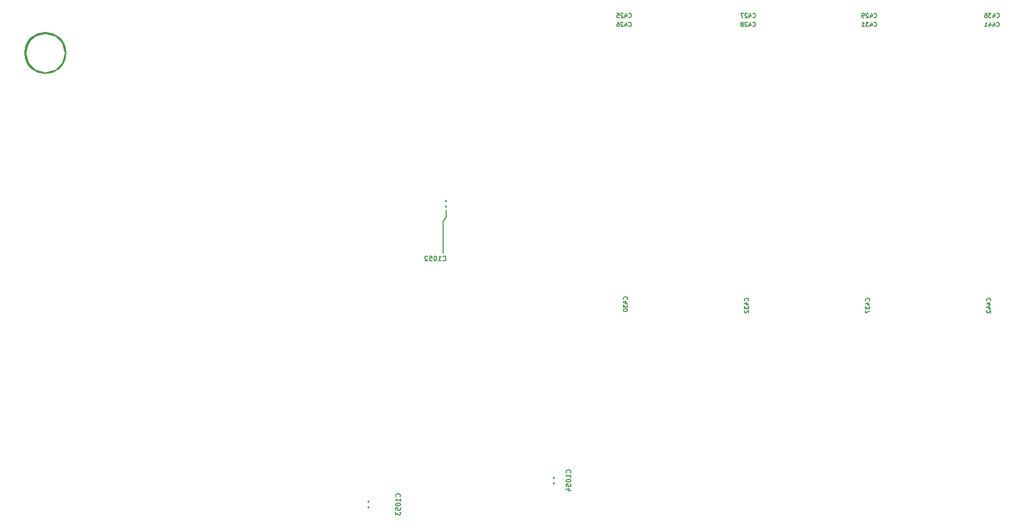
<source format=gbo>
G04 #@! TF.FileFunction,Legend,Bot*
%FSLAX46Y46*%
G04 Gerber Fmt 4.6, Leading zero omitted, Abs format (unit mm)*
G04 Created by KiCad (PCBNEW (2016-09-03 BZR 7112, Git 24f6c4b)-product) date Mon Sep  5 18:10:30 2016*
%MOMM*%
%LPD*%
G01*
G04 APERTURE LIST*
%ADD10C,0.100000*%
%ADD11C,0.150000*%
%ADD12C,0.400000*%
%ADD13C,0.350000*%
%ADD14R,1.900000X1.900000*%
%ADD15C,2.000000*%
%ADD16C,1.500000*%
%ADD17R,2.686000X1.924000*%
%ADD18O,2.686000X1.924000*%
%ADD19O,1.924000X2.686000*%
%ADD20C,1.924000*%
%ADD21C,1.650000*%
%ADD22O,2.178000X1.700000*%
%ADD23C,2.750000*%
%ADD24C,1.400000*%
%ADD25R,1.400000X1.400000*%
%ADD26R,4.900000X2.400000*%
%ADD27O,5.400000X2.400000*%
%ADD28O,1.950000X1.950000*%
%ADD29O,1.650000X1.650000*%
%ADD30C,2.851100*%
%ADD31C,1.901140*%
%ADD32C,1.900000*%
%ADD33R,1.000000X1.050000*%
%ADD34R,1.050000X1.000000*%
%ADD35C,9.400000*%
%ADD36O,2.900000X2.300000*%
%ADD37C,4.400000*%
%ADD38R,1.924000X1.924000*%
%ADD39C,1.924000*%
%ADD40R,0.800000X0.850000*%
%ADD41R,0.850000X0.800000*%
%ADD42R,1.550000X1.850000*%
%ADD43C,0.254000*%
G04 APERTURE END LIST*
D10*
D11*
X82000000Y-62500000D02*
X82000000Y-61250000D01*
X81500000Y-63250000D02*
X82000000Y-62500000D01*
X81500000Y-68500000D02*
X81500000Y-63250000D01*
D12*
X18300000Y-35000000D02*
G75*
G03X18300000Y-35000000I-3300000J0D01*
G01*
D13*
X99929000Y-106029000D02*
X100071000Y-106029000D01*
X100071000Y-106029000D02*
X99929000Y-106029000D01*
X99929000Y-106971000D02*
X100071000Y-106971000D01*
X100071000Y-106971000D02*
X99929000Y-106971000D01*
X81929000Y-59779000D02*
X82071000Y-59779000D01*
X82071000Y-59779000D02*
X81929000Y-59779000D01*
X81929000Y-60721000D02*
X82071000Y-60721000D01*
X82071000Y-60721000D02*
X81929000Y-60721000D01*
X68929000Y-110029000D02*
X69071000Y-110029000D01*
X69071000Y-110029000D02*
X68929000Y-110029000D01*
X68929000Y-110971000D02*
X69071000Y-110971000D01*
X69071000Y-110971000D02*
X68929000Y-110971000D01*
D11*
X173000000Y-76466666D02*
X173033333Y-76433333D01*
X173066666Y-76333333D01*
X173066666Y-76266666D01*
X173033333Y-76166666D01*
X172966666Y-76100000D01*
X172900000Y-76066666D01*
X172766666Y-76033333D01*
X172666666Y-76033333D01*
X172533333Y-76066666D01*
X172466666Y-76100000D01*
X172400000Y-76166666D01*
X172366666Y-76266666D01*
X172366666Y-76333333D01*
X172400000Y-76433333D01*
X172433333Y-76466666D01*
X172600000Y-77066666D02*
X173066666Y-77066666D01*
X172333333Y-76900000D02*
X172833333Y-76733333D01*
X172833333Y-77166666D01*
X172600000Y-77733333D02*
X173066666Y-77733333D01*
X172333333Y-77566666D02*
X172833333Y-77400000D01*
X172833333Y-77833333D01*
X172433333Y-78066666D02*
X172400000Y-78100000D01*
X172366666Y-78166666D01*
X172366666Y-78333333D01*
X172400000Y-78400000D01*
X172433333Y-78433333D01*
X172500000Y-78466666D01*
X172566666Y-78466666D01*
X172666666Y-78433333D01*
X173066666Y-78033333D01*
X173066666Y-78466666D01*
X152750000Y-76466666D02*
X152783333Y-76433333D01*
X152816666Y-76333333D01*
X152816666Y-76266666D01*
X152783333Y-76166666D01*
X152716666Y-76100000D01*
X152650000Y-76066666D01*
X152516666Y-76033333D01*
X152416666Y-76033333D01*
X152283333Y-76066666D01*
X152216666Y-76100000D01*
X152150000Y-76166666D01*
X152116666Y-76266666D01*
X152116666Y-76333333D01*
X152150000Y-76433333D01*
X152183333Y-76466666D01*
X152350000Y-77066666D02*
X152816666Y-77066666D01*
X152083333Y-76900000D02*
X152583333Y-76733333D01*
X152583333Y-77166666D01*
X152116666Y-77366666D02*
X152116666Y-77800000D01*
X152383333Y-77566666D01*
X152383333Y-77666666D01*
X152416666Y-77733333D01*
X152450000Y-77766666D01*
X152516666Y-77800000D01*
X152683333Y-77800000D01*
X152750000Y-77766666D01*
X152783333Y-77733333D01*
X152816666Y-77666666D01*
X152816666Y-77466666D01*
X152783333Y-77400000D01*
X152750000Y-77366666D01*
X152116666Y-78033333D02*
X152116666Y-78500000D01*
X152816666Y-78200000D01*
X112250000Y-76216666D02*
X112283333Y-76183333D01*
X112316666Y-76083333D01*
X112316666Y-76016666D01*
X112283333Y-75916666D01*
X112216666Y-75850000D01*
X112150000Y-75816666D01*
X112016666Y-75783333D01*
X111916666Y-75783333D01*
X111783333Y-75816666D01*
X111716666Y-75850000D01*
X111650000Y-75916666D01*
X111616666Y-76016666D01*
X111616666Y-76083333D01*
X111650000Y-76183333D01*
X111683333Y-76216666D01*
X111850000Y-76816666D02*
X112316666Y-76816666D01*
X111583333Y-76650000D02*
X112083333Y-76483333D01*
X112083333Y-76916666D01*
X111616666Y-77116666D02*
X111616666Y-77550000D01*
X111883333Y-77316666D01*
X111883333Y-77416666D01*
X111916666Y-77483333D01*
X111950000Y-77516666D01*
X112016666Y-77550000D01*
X112183333Y-77550000D01*
X112250000Y-77516666D01*
X112283333Y-77483333D01*
X112316666Y-77416666D01*
X112316666Y-77216666D01*
X112283333Y-77150000D01*
X112250000Y-77116666D01*
X111616666Y-77983333D02*
X111616666Y-78050000D01*
X111650000Y-78116666D01*
X111683333Y-78150000D01*
X111750000Y-78183333D01*
X111883333Y-78216666D01*
X112050000Y-78216666D01*
X112183333Y-78183333D01*
X112250000Y-78150000D01*
X112283333Y-78116666D01*
X112316666Y-78050000D01*
X112316666Y-77983333D01*
X112283333Y-77916666D01*
X112250000Y-77883333D01*
X112183333Y-77850000D01*
X112050000Y-77816666D01*
X111883333Y-77816666D01*
X111750000Y-77850000D01*
X111683333Y-77883333D01*
X111650000Y-77916666D01*
X111616666Y-77983333D01*
X174033333Y-30500000D02*
X174066666Y-30533333D01*
X174166666Y-30566666D01*
X174233333Y-30566666D01*
X174333333Y-30533333D01*
X174400000Y-30466666D01*
X174433333Y-30400000D01*
X174466666Y-30266666D01*
X174466666Y-30166666D01*
X174433333Y-30033333D01*
X174400000Y-29966666D01*
X174333333Y-29900000D01*
X174233333Y-29866666D01*
X174166666Y-29866666D01*
X174066666Y-29900000D01*
X174033333Y-29933333D01*
X173433333Y-30100000D02*
X173433333Y-30566666D01*
X173600000Y-29833333D02*
X173766666Y-30333333D01*
X173333333Y-30333333D01*
X172766666Y-30100000D02*
X172766666Y-30566666D01*
X172933333Y-29833333D02*
X173100000Y-30333333D01*
X172666666Y-30333333D01*
X172033333Y-30566666D02*
X172433333Y-30566666D01*
X172233333Y-30566666D02*
X172233333Y-29866666D01*
X172300000Y-29966666D01*
X172366666Y-30033333D01*
X172433333Y-30066666D01*
X174033333Y-29000000D02*
X174066666Y-29033333D01*
X174166666Y-29066666D01*
X174233333Y-29066666D01*
X174333333Y-29033333D01*
X174400000Y-28966666D01*
X174433333Y-28900000D01*
X174466666Y-28766666D01*
X174466666Y-28666666D01*
X174433333Y-28533333D01*
X174400000Y-28466666D01*
X174333333Y-28400000D01*
X174233333Y-28366666D01*
X174166666Y-28366666D01*
X174066666Y-28400000D01*
X174033333Y-28433333D01*
X173433333Y-28600000D02*
X173433333Y-29066666D01*
X173600000Y-28333333D02*
X173766666Y-28833333D01*
X173333333Y-28833333D01*
X173133333Y-28366666D02*
X172700000Y-28366666D01*
X172933333Y-28633333D01*
X172833333Y-28633333D01*
X172766666Y-28666666D01*
X172733333Y-28700000D01*
X172700000Y-28766666D01*
X172700000Y-28933333D01*
X172733333Y-29000000D01*
X172766666Y-29033333D01*
X172833333Y-29066666D01*
X173033333Y-29066666D01*
X173100000Y-29033333D01*
X173133333Y-29000000D01*
X172100000Y-28366666D02*
X172233333Y-28366666D01*
X172300000Y-28400000D01*
X172333333Y-28433333D01*
X172400000Y-28533333D01*
X172433333Y-28666666D01*
X172433333Y-28933333D01*
X172400000Y-29000000D01*
X172366666Y-29033333D01*
X172300000Y-29066666D01*
X172166666Y-29066666D01*
X172100000Y-29033333D01*
X172066666Y-29000000D01*
X172033333Y-28933333D01*
X172033333Y-28766666D01*
X172066666Y-28700000D01*
X172100000Y-28666666D01*
X172166666Y-28633333D01*
X172300000Y-28633333D01*
X172366666Y-28666666D01*
X172400000Y-28700000D01*
X172433333Y-28766666D01*
X153533333Y-30500000D02*
X153566666Y-30533333D01*
X153666666Y-30566666D01*
X153733333Y-30566666D01*
X153833333Y-30533333D01*
X153900000Y-30466666D01*
X153933333Y-30400000D01*
X153966666Y-30266666D01*
X153966666Y-30166666D01*
X153933333Y-30033333D01*
X153900000Y-29966666D01*
X153833333Y-29900000D01*
X153733333Y-29866666D01*
X153666666Y-29866666D01*
X153566666Y-29900000D01*
X153533333Y-29933333D01*
X152933333Y-30100000D02*
X152933333Y-30566666D01*
X153100000Y-29833333D02*
X153266666Y-30333333D01*
X152833333Y-30333333D01*
X152633333Y-29866666D02*
X152200000Y-29866666D01*
X152433333Y-30133333D01*
X152333333Y-30133333D01*
X152266666Y-30166666D01*
X152233333Y-30200000D01*
X152200000Y-30266666D01*
X152200000Y-30433333D01*
X152233333Y-30500000D01*
X152266666Y-30533333D01*
X152333333Y-30566666D01*
X152533333Y-30566666D01*
X152600000Y-30533333D01*
X152633333Y-30500000D01*
X151533333Y-30566666D02*
X151933333Y-30566666D01*
X151733333Y-30566666D02*
X151733333Y-29866666D01*
X151800000Y-29966666D01*
X151866666Y-30033333D01*
X151933333Y-30066666D01*
X153533333Y-29000000D02*
X153566666Y-29033333D01*
X153666666Y-29066666D01*
X153733333Y-29066666D01*
X153833333Y-29033333D01*
X153900000Y-28966666D01*
X153933333Y-28900000D01*
X153966666Y-28766666D01*
X153966666Y-28666666D01*
X153933333Y-28533333D01*
X153900000Y-28466666D01*
X153833333Y-28400000D01*
X153733333Y-28366666D01*
X153666666Y-28366666D01*
X153566666Y-28400000D01*
X153533333Y-28433333D01*
X152933333Y-28600000D02*
X152933333Y-29066666D01*
X153100000Y-28333333D02*
X153266666Y-28833333D01*
X152833333Y-28833333D01*
X152600000Y-28433333D02*
X152566666Y-28400000D01*
X152500000Y-28366666D01*
X152333333Y-28366666D01*
X152266666Y-28400000D01*
X152233333Y-28433333D01*
X152200000Y-28500000D01*
X152200000Y-28566666D01*
X152233333Y-28666666D01*
X152633333Y-29066666D01*
X152200000Y-29066666D01*
X151866666Y-29066666D02*
X151733333Y-29066666D01*
X151666666Y-29033333D01*
X151633333Y-29000000D01*
X151566666Y-28900000D01*
X151533333Y-28766666D01*
X151533333Y-28500000D01*
X151566666Y-28433333D01*
X151600000Y-28400000D01*
X151666666Y-28366666D01*
X151800000Y-28366666D01*
X151866666Y-28400000D01*
X151900000Y-28433333D01*
X151933333Y-28500000D01*
X151933333Y-28666666D01*
X151900000Y-28733333D01*
X151866666Y-28766666D01*
X151800000Y-28800000D01*
X151666666Y-28800000D01*
X151600000Y-28766666D01*
X151566666Y-28733333D01*
X151533333Y-28666666D01*
X133283333Y-30500000D02*
X133316666Y-30533333D01*
X133416666Y-30566666D01*
X133483333Y-30566666D01*
X133583333Y-30533333D01*
X133650000Y-30466666D01*
X133683333Y-30400000D01*
X133716666Y-30266666D01*
X133716666Y-30166666D01*
X133683333Y-30033333D01*
X133650000Y-29966666D01*
X133583333Y-29900000D01*
X133483333Y-29866666D01*
X133416666Y-29866666D01*
X133316666Y-29900000D01*
X133283333Y-29933333D01*
X132683333Y-30100000D02*
X132683333Y-30566666D01*
X132850000Y-29833333D02*
X133016666Y-30333333D01*
X132583333Y-30333333D01*
X132350000Y-29933333D02*
X132316666Y-29900000D01*
X132250000Y-29866666D01*
X132083333Y-29866666D01*
X132016666Y-29900000D01*
X131983333Y-29933333D01*
X131950000Y-30000000D01*
X131950000Y-30066666D01*
X131983333Y-30166666D01*
X132383333Y-30566666D01*
X131950000Y-30566666D01*
X131550000Y-30166666D02*
X131616666Y-30133333D01*
X131650000Y-30100000D01*
X131683333Y-30033333D01*
X131683333Y-30000000D01*
X131650000Y-29933333D01*
X131616666Y-29900000D01*
X131550000Y-29866666D01*
X131416666Y-29866666D01*
X131350000Y-29900000D01*
X131316666Y-29933333D01*
X131283333Y-30000000D01*
X131283333Y-30033333D01*
X131316666Y-30100000D01*
X131350000Y-30133333D01*
X131416666Y-30166666D01*
X131550000Y-30166666D01*
X131616666Y-30200000D01*
X131650000Y-30233333D01*
X131683333Y-30300000D01*
X131683333Y-30433333D01*
X131650000Y-30500000D01*
X131616666Y-30533333D01*
X131550000Y-30566666D01*
X131416666Y-30566666D01*
X131350000Y-30533333D01*
X131316666Y-30500000D01*
X131283333Y-30433333D01*
X131283333Y-30300000D01*
X131316666Y-30233333D01*
X131350000Y-30200000D01*
X131416666Y-30166666D01*
X133283333Y-29000000D02*
X133316666Y-29033333D01*
X133416666Y-29066666D01*
X133483333Y-29066666D01*
X133583333Y-29033333D01*
X133650000Y-28966666D01*
X133683333Y-28900000D01*
X133716666Y-28766666D01*
X133716666Y-28666666D01*
X133683333Y-28533333D01*
X133650000Y-28466666D01*
X133583333Y-28400000D01*
X133483333Y-28366666D01*
X133416666Y-28366666D01*
X133316666Y-28400000D01*
X133283333Y-28433333D01*
X132683333Y-28600000D02*
X132683333Y-29066666D01*
X132850000Y-28333333D02*
X133016666Y-28833333D01*
X132583333Y-28833333D01*
X132350000Y-28433333D02*
X132316666Y-28400000D01*
X132250000Y-28366666D01*
X132083333Y-28366666D01*
X132016666Y-28400000D01*
X131983333Y-28433333D01*
X131950000Y-28500000D01*
X131950000Y-28566666D01*
X131983333Y-28666666D01*
X132383333Y-29066666D01*
X131950000Y-29066666D01*
X131716666Y-28366666D02*
X131250000Y-28366666D01*
X131550000Y-29066666D01*
X112533333Y-30500000D02*
X112566666Y-30533333D01*
X112666666Y-30566666D01*
X112733333Y-30566666D01*
X112833333Y-30533333D01*
X112900000Y-30466666D01*
X112933333Y-30400000D01*
X112966666Y-30266666D01*
X112966666Y-30166666D01*
X112933333Y-30033333D01*
X112900000Y-29966666D01*
X112833333Y-29900000D01*
X112733333Y-29866666D01*
X112666666Y-29866666D01*
X112566666Y-29900000D01*
X112533333Y-29933333D01*
X111933333Y-30100000D02*
X111933333Y-30566666D01*
X112100000Y-29833333D02*
X112266666Y-30333333D01*
X111833333Y-30333333D01*
X111600000Y-29933333D02*
X111566666Y-29900000D01*
X111500000Y-29866666D01*
X111333333Y-29866666D01*
X111266666Y-29900000D01*
X111233333Y-29933333D01*
X111200000Y-30000000D01*
X111200000Y-30066666D01*
X111233333Y-30166666D01*
X111633333Y-30566666D01*
X111200000Y-30566666D01*
X110600000Y-29866666D02*
X110733333Y-29866666D01*
X110800000Y-29900000D01*
X110833333Y-29933333D01*
X110900000Y-30033333D01*
X110933333Y-30166666D01*
X110933333Y-30433333D01*
X110900000Y-30500000D01*
X110866666Y-30533333D01*
X110800000Y-30566666D01*
X110666666Y-30566666D01*
X110600000Y-30533333D01*
X110566666Y-30500000D01*
X110533333Y-30433333D01*
X110533333Y-30266666D01*
X110566666Y-30200000D01*
X110600000Y-30166666D01*
X110666666Y-30133333D01*
X110800000Y-30133333D01*
X110866666Y-30166666D01*
X110900000Y-30200000D01*
X110933333Y-30266666D01*
X112533333Y-29000000D02*
X112566666Y-29033333D01*
X112666666Y-29066666D01*
X112733333Y-29066666D01*
X112833333Y-29033333D01*
X112900000Y-28966666D01*
X112933333Y-28900000D01*
X112966666Y-28766666D01*
X112966666Y-28666666D01*
X112933333Y-28533333D01*
X112900000Y-28466666D01*
X112833333Y-28400000D01*
X112733333Y-28366666D01*
X112666666Y-28366666D01*
X112566666Y-28400000D01*
X112533333Y-28433333D01*
X111933333Y-28600000D02*
X111933333Y-29066666D01*
X112100000Y-28333333D02*
X112266666Y-28833333D01*
X111833333Y-28833333D01*
X111600000Y-28433333D02*
X111566666Y-28400000D01*
X111500000Y-28366666D01*
X111333333Y-28366666D01*
X111266666Y-28400000D01*
X111233333Y-28433333D01*
X111200000Y-28500000D01*
X111200000Y-28566666D01*
X111233333Y-28666666D01*
X111633333Y-29066666D01*
X111200000Y-29066666D01*
X110566666Y-28366666D02*
X110900000Y-28366666D01*
X110933333Y-28700000D01*
X110900000Y-28666666D01*
X110833333Y-28633333D01*
X110666666Y-28633333D01*
X110600000Y-28666666D01*
X110566666Y-28700000D01*
X110533333Y-28766666D01*
X110533333Y-28933333D01*
X110566666Y-29000000D01*
X110600000Y-29033333D01*
X110666666Y-29066666D01*
X110833333Y-29066666D01*
X110900000Y-29033333D01*
X110933333Y-29000000D01*
X132500000Y-76466666D02*
X132533333Y-76433333D01*
X132566666Y-76333333D01*
X132566666Y-76266666D01*
X132533333Y-76166666D01*
X132466666Y-76100000D01*
X132400000Y-76066666D01*
X132266666Y-76033333D01*
X132166666Y-76033333D01*
X132033333Y-76066666D01*
X131966666Y-76100000D01*
X131900000Y-76166666D01*
X131866666Y-76266666D01*
X131866666Y-76333333D01*
X131900000Y-76433333D01*
X131933333Y-76466666D01*
X132100000Y-77066666D02*
X132566666Y-77066666D01*
X131833333Y-76900000D02*
X132333333Y-76733333D01*
X132333333Y-77166666D01*
X131866666Y-77366666D02*
X131866666Y-77800000D01*
X132133333Y-77566666D01*
X132133333Y-77666666D01*
X132166666Y-77733333D01*
X132200000Y-77766666D01*
X132266666Y-77800000D01*
X132433333Y-77800000D01*
X132500000Y-77766666D01*
X132533333Y-77733333D01*
X132566666Y-77666666D01*
X132566666Y-77466666D01*
X132533333Y-77400000D01*
X132500000Y-77366666D01*
X131933333Y-78066666D02*
X131900000Y-78100000D01*
X131866666Y-78166666D01*
X131866666Y-78333333D01*
X131900000Y-78400000D01*
X131933333Y-78433333D01*
X132000000Y-78466666D01*
X132066666Y-78466666D01*
X132166666Y-78433333D01*
X132566666Y-78033333D01*
X132566666Y-78466666D01*
X102785714Y-105223809D02*
X102823809Y-105185714D01*
X102861904Y-105071428D01*
X102861904Y-104995238D01*
X102823809Y-104880952D01*
X102747619Y-104804761D01*
X102671428Y-104766666D01*
X102519047Y-104728571D01*
X102404761Y-104728571D01*
X102252380Y-104766666D01*
X102176190Y-104804761D01*
X102100000Y-104880952D01*
X102061904Y-104995238D01*
X102061904Y-105071428D01*
X102100000Y-105185714D01*
X102138095Y-105223809D01*
X102861904Y-105985714D02*
X102861904Y-105528571D01*
X102861904Y-105757142D02*
X102061904Y-105757142D01*
X102176190Y-105680952D01*
X102252380Y-105604761D01*
X102290476Y-105528571D01*
X102061904Y-106480952D02*
X102061904Y-106557142D01*
X102100000Y-106633333D01*
X102138095Y-106671428D01*
X102214285Y-106709523D01*
X102366666Y-106747619D01*
X102557142Y-106747619D01*
X102709523Y-106709523D01*
X102785714Y-106671428D01*
X102823809Y-106633333D01*
X102861904Y-106557142D01*
X102861904Y-106480952D01*
X102823809Y-106404761D01*
X102785714Y-106366666D01*
X102709523Y-106328571D01*
X102557142Y-106290476D01*
X102366666Y-106290476D01*
X102214285Y-106328571D01*
X102138095Y-106366666D01*
X102100000Y-106404761D01*
X102061904Y-106480952D01*
X102061904Y-107471428D02*
X102061904Y-107090476D01*
X102442857Y-107052380D01*
X102404761Y-107090476D01*
X102366666Y-107166666D01*
X102366666Y-107357142D01*
X102404761Y-107433333D01*
X102442857Y-107471428D01*
X102519047Y-107509523D01*
X102709523Y-107509523D01*
X102785714Y-107471428D01*
X102823809Y-107433333D01*
X102861904Y-107357142D01*
X102861904Y-107166666D01*
X102823809Y-107090476D01*
X102785714Y-107052380D01*
X102328571Y-108195238D02*
X102861904Y-108195238D01*
X102023809Y-108004761D02*
X102595238Y-107814285D01*
X102595238Y-108309523D01*
X81476190Y-69685714D02*
X81514285Y-69723809D01*
X81628571Y-69761904D01*
X81704761Y-69761904D01*
X81819047Y-69723809D01*
X81895238Y-69647619D01*
X81933333Y-69571428D01*
X81971428Y-69419047D01*
X81971428Y-69304761D01*
X81933333Y-69152380D01*
X81895238Y-69076190D01*
X81819047Y-69000000D01*
X81704761Y-68961904D01*
X81628571Y-68961904D01*
X81514285Y-69000000D01*
X81476190Y-69038095D01*
X80714285Y-69761904D02*
X81171428Y-69761904D01*
X80942857Y-69761904D02*
X80942857Y-68961904D01*
X81019047Y-69076190D01*
X81095238Y-69152380D01*
X81171428Y-69190476D01*
X80219047Y-68961904D02*
X80142857Y-68961904D01*
X80066666Y-69000000D01*
X80028571Y-69038095D01*
X79990476Y-69114285D01*
X79952380Y-69266666D01*
X79952380Y-69457142D01*
X79990476Y-69609523D01*
X80028571Y-69685714D01*
X80066666Y-69723809D01*
X80142857Y-69761904D01*
X80219047Y-69761904D01*
X80295238Y-69723809D01*
X80333333Y-69685714D01*
X80371428Y-69609523D01*
X80409523Y-69457142D01*
X80409523Y-69266666D01*
X80371428Y-69114285D01*
X80333333Y-69038095D01*
X80295238Y-69000000D01*
X80219047Y-68961904D01*
X79228571Y-68961904D02*
X79609523Y-68961904D01*
X79647619Y-69342857D01*
X79609523Y-69304761D01*
X79533333Y-69266666D01*
X79342857Y-69266666D01*
X79266666Y-69304761D01*
X79228571Y-69342857D01*
X79190476Y-69419047D01*
X79190476Y-69609523D01*
X79228571Y-69685714D01*
X79266666Y-69723809D01*
X79342857Y-69761904D01*
X79533333Y-69761904D01*
X79609523Y-69723809D01*
X79647619Y-69685714D01*
X78885714Y-69038095D02*
X78847619Y-69000000D01*
X78771428Y-68961904D01*
X78580952Y-68961904D01*
X78504761Y-69000000D01*
X78466666Y-69038095D01*
X78428571Y-69114285D01*
X78428571Y-69190476D01*
X78466666Y-69304761D01*
X78923809Y-69761904D01*
X78428571Y-69761904D01*
X74285714Y-109223809D02*
X74323809Y-109185714D01*
X74361904Y-109071428D01*
X74361904Y-108995238D01*
X74323809Y-108880952D01*
X74247619Y-108804761D01*
X74171428Y-108766666D01*
X74019047Y-108728571D01*
X73904761Y-108728571D01*
X73752380Y-108766666D01*
X73676190Y-108804761D01*
X73600000Y-108880952D01*
X73561904Y-108995238D01*
X73561904Y-109071428D01*
X73600000Y-109185714D01*
X73638095Y-109223809D01*
X74361904Y-109985714D02*
X74361904Y-109528571D01*
X74361904Y-109757142D02*
X73561904Y-109757142D01*
X73676190Y-109680952D01*
X73752380Y-109604761D01*
X73790476Y-109528571D01*
X73561904Y-110480952D02*
X73561904Y-110557142D01*
X73600000Y-110633333D01*
X73638095Y-110671428D01*
X73714285Y-110709523D01*
X73866666Y-110747619D01*
X74057142Y-110747619D01*
X74209523Y-110709523D01*
X74285714Y-110671428D01*
X74323809Y-110633333D01*
X74361904Y-110557142D01*
X74361904Y-110480952D01*
X74323809Y-110404761D01*
X74285714Y-110366666D01*
X74209523Y-110328571D01*
X74057142Y-110290476D01*
X73866666Y-110290476D01*
X73714285Y-110328571D01*
X73638095Y-110366666D01*
X73600000Y-110404761D01*
X73561904Y-110480952D01*
X73561904Y-111471428D02*
X73561904Y-111090476D01*
X73942857Y-111052380D01*
X73904761Y-111090476D01*
X73866666Y-111166666D01*
X73866666Y-111357142D01*
X73904761Y-111433333D01*
X73942857Y-111471428D01*
X74019047Y-111509523D01*
X74209523Y-111509523D01*
X74285714Y-111471428D01*
X74323809Y-111433333D01*
X74361904Y-111357142D01*
X74361904Y-111166666D01*
X74323809Y-111090476D01*
X74285714Y-111052380D01*
X73561904Y-111776190D02*
X73561904Y-112271428D01*
X73866666Y-112004761D01*
X73866666Y-112119047D01*
X73904761Y-112195238D01*
X73942857Y-112233333D01*
X74019047Y-112271428D01*
X74209523Y-112271428D01*
X74285714Y-112233333D01*
X74323809Y-112195238D01*
X74361904Y-112119047D01*
X74361904Y-111890476D01*
X74323809Y-111814285D01*
X74285714Y-111776190D01*
%LPC*%
D14*
X4500000Y-15500060D03*
X4500000Y-11999940D03*
D15*
X33000000Y-89400000D03*
D16*
X33000000Y-22600000D03*
D17*
X98627000Y-84040000D03*
D18*
X98373000Y-81500000D03*
X98627000Y-78960000D03*
D19*
X121460000Y-197151000D03*
X124000000Y-196897000D03*
X126540000Y-197151000D03*
X121460000Y-194103000D03*
X124000000Y-193849000D03*
X126540000Y-194103000D03*
D17*
X195377000Y-79190000D03*
D18*
X195123000Y-81730000D03*
X195123000Y-84270000D03*
X195377000Y-86810000D03*
D17*
X3873000Y-118460000D03*
D18*
X4127000Y-121000000D03*
X3873000Y-123540000D03*
D10*
G36*
X94826683Y-20059984D02*
X95745349Y-17535969D01*
X97553317Y-18194016D01*
X96634651Y-20718031D01*
X94826683Y-20059984D01*
X94826683Y-20059984D01*
G37*
D20*
X98860310Y-18514977D02*
X98599690Y-19231023D01*
X101400310Y-18768977D02*
X101139690Y-19485023D01*
X103940310Y-18514977D02*
X103679690Y-19231023D01*
D21*
X101270000Y-16840000D03*
D17*
X101222000Y-28920000D03*
D18*
X101476000Y-31460000D03*
X101222000Y-34000000D03*
X101476000Y-36540000D03*
X101222000Y-39080000D03*
X104270000Y-28920000D03*
X104524000Y-31460000D03*
X104270000Y-34000000D03*
X104524000Y-36540000D03*
X104270000Y-39080000D03*
D22*
X3190000Y-169110000D03*
X3190000Y-171650000D03*
X3190000Y-174190000D03*
X3190000Y-176730000D03*
X3190000Y-179270000D03*
X3190000Y-181810000D03*
X3190000Y-184350000D03*
X3190000Y-186890000D03*
X10810000Y-186890000D03*
X10810000Y-184350000D03*
X10810000Y-181810000D03*
X10810000Y-179270000D03*
X10810000Y-176730000D03*
X10810000Y-174190000D03*
X10810000Y-171650000D03*
X10810000Y-169110000D03*
D23*
X33000000Y-182000000D03*
D24*
X34250000Y-193650000D03*
X36250000Y-192650000D03*
X34250000Y-191650000D03*
X36250000Y-190650000D03*
X34250000Y-189650000D03*
X36250000Y-188650000D03*
X34250000Y-187650000D03*
X36250000Y-186650000D03*
X34250000Y-185650000D03*
X36250000Y-184650000D03*
X34250000Y-183650000D03*
D25*
X31750000Y-193650000D03*
D24*
X29750000Y-192650000D03*
X31750000Y-191650000D03*
X29750000Y-190650000D03*
X31750000Y-189650000D03*
X29750000Y-188650000D03*
X31750000Y-187650000D03*
X29750000Y-186650000D03*
X31750000Y-185650000D03*
X29750000Y-184650000D03*
X31750000Y-183650000D03*
X36250000Y-180650000D03*
X34250000Y-179650000D03*
X36250000Y-178650000D03*
X34250000Y-177650000D03*
X36250000Y-176650000D03*
X34250000Y-175650000D03*
X36250000Y-174650000D03*
X34250000Y-173650000D03*
X36250000Y-172650000D03*
X34250000Y-171650000D03*
X36250000Y-170650000D03*
X34250000Y-169650000D03*
X36250000Y-168650000D03*
X34250000Y-167650000D03*
X36250000Y-166650000D03*
X34250000Y-165650000D03*
X36250000Y-164650000D03*
X34250000Y-163650000D03*
X36250000Y-162650000D03*
X34250000Y-161650000D03*
X36250000Y-160650000D03*
X34250000Y-159650000D03*
X36250000Y-158650000D03*
X34250000Y-157650000D03*
X36250000Y-156650000D03*
X34250000Y-155650000D03*
X36250000Y-154650000D03*
X34250000Y-153650000D03*
X36250000Y-152650000D03*
X34250000Y-151650000D03*
X36250000Y-150650000D03*
X34250000Y-149650000D03*
X36250000Y-148650000D03*
X34250000Y-147650000D03*
X36250000Y-146650000D03*
X34250000Y-145650000D03*
X36250000Y-144650000D03*
X34250000Y-143650000D03*
X29750000Y-180650000D03*
X31750000Y-179650000D03*
X29750000Y-178650000D03*
X31750000Y-177650000D03*
X29750000Y-176650000D03*
X31750000Y-175650000D03*
X29750000Y-174650000D03*
X31750000Y-173650000D03*
X29750000Y-172650000D03*
X31750000Y-171650000D03*
X29750000Y-170650000D03*
X31750000Y-169650000D03*
X29750000Y-168650000D03*
X31750000Y-167650000D03*
X29750000Y-166650000D03*
X31750000Y-165650000D03*
X29750000Y-164650000D03*
X31750000Y-163650000D03*
X29750000Y-162650000D03*
X31750000Y-161650000D03*
X29750000Y-160650000D03*
X31750000Y-159650000D03*
X29750000Y-158650000D03*
X31750000Y-157650000D03*
X29750000Y-156650000D03*
X31750000Y-155650000D03*
X29750000Y-154650000D03*
X31750000Y-153650000D03*
X29750000Y-152650000D03*
X31750000Y-151650000D03*
X29750000Y-150650000D03*
X31750000Y-149650000D03*
X29750000Y-148650000D03*
X31750000Y-147650000D03*
X29750000Y-146650000D03*
X31750000Y-145650000D03*
X29750000Y-144650000D03*
X31750000Y-143650000D03*
D23*
X33000000Y-141850000D03*
D26*
X14500000Y-14000000D03*
D27*
X14500000Y-8000000D03*
D28*
X71750000Y-1300000D03*
X64750000Y-1300000D03*
D29*
X70750000Y-4000000D03*
X65750000Y-4000000D03*
D30*
X180000000Y-30000000D03*
D31*
X176190000Y-92865000D03*
X181270000Y-92865000D03*
D30*
X180000000Y-94770000D03*
D31*
X178730000Y-91595000D03*
X183810000Y-91595000D03*
X176190000Y-90325000D03*
X176190000Y-87785000D03*
X176190000Y-85245000D03*
X176190000Y-82705000D03*
X176190000Y-80165000D03*
X176190000Y-77625000D03*
X176190000Y-75085000D03*
X176190000Y-72545000D03*
X176190000Y-70005000D03*
X176190000Y-67465000D03*
X176190000Y-64925000D03*
X176190000Y-62385000D03*
X176190000Y-59845000D03*
X176190000Y-57305000D03*
X176190000Y-54765000D03*
X178730000Y-89055000D03*
X178730000Y-86515000D03*
X178730000Y-83975000D03*
X178730000Y-81435000D03*
X178730000Y-78895000D03*
X178730000Y-76355000D03*
X178730000Y-73815000D03*
X178730000Y-71275000D03*
X178730000Y-68735000D03*
X178730000Y-66195000D03*
X178730000Y-63655000D03*
X178730000Y-61115000D03*
X178730000Y-58575000D03*
X178730000Y-56035000D03*
X178730000Y-53495000D03*
X176190000Y-52225000D03*
X178730000Y-50955000D03*
X176190000Y-49685000D03*
X178730000Y-48415000D03*
X176190000Y-47145000D03*
X178730000Y-45875000D03*
X176190000Y-44605000D03*
X178730000Y-43335000D03*
X176190000Y-42065000D03*
X178730000Y-40795000D03*
X176190000Y-39525000D03*
X178730000Y-38255000D03*
X176190000Y-36985000D03*
X178730000Y-35715000D03*
X176190000Y-34445000D03*
X178730000Y-33175000D03*
X176190000Y-31905000D03*
X178730000Y-28095000D03*
X176190000Y-26825000D03*
X178730000Y-25555000D03*
X176190000Y-24285000D03*
X178730000Y-23015000D03*
X176190000Y-21745000D03*
X178730000Y-20475000D03*
X176190000Y-19205000D03*
X178730000Y-17935000D03*
X176190000Y-16665000D03*
X178730000Y-15395000D03*
X181270000Y-90325000D03*
X183810000Y-89055000D03*
X181270000Y-87785000D03*
X183810000Y-86515000D03*
X181270000Y-85245000D03*
X183810000Y-83975000D03*
X181270000Y-82705000D03*
X183810000Y-81435000D03*
X181270000Y-80165000D03*
X183810000Y-78895000D03*
X181270000Y-77625000D03*
X183810000Y-76355000D03*
X181270000Y-75085000D03*
X183810000Y-73815000D03*
X181270000Y-72545000D03*
X183810000Y-71275000D03*
X181270000Y-70005000D03*
X183810000Y-68735000D03*
X181270000Y-67465000D03*
X183810000Y-66195000D03*
X181270000Y-64925000D03*
X183810000Y-63655000D03*
X181270000Y-62385000D03*
X183810000Y-61115000D03*
X181270000Y-59845000D03*
X183810000Y-58575000D03*
X181270000Y-57305000D03*
X183810000Y-56035000D03*
X181270000Y-54765000D03*
X183810000Y-53495000D03*
X181270000Y-52225000D03*
X183810000Y-50955000D03*
X181270000Y-49685000D03*
X183810000Y-48415000D03*
X181270000Y-47145000D03*
X183810000Y-45875000D03*
X181270000Y-44605000D03*
X183810000Y-43335000D03*
X181270000Y-42065000D03*
X183810000Y-40795000D03*
X181270000Y-39525000D03*
X183810000Y-38255000D03*
X181270000Y-36985000D03*
X183810000Y-35715000D03*
X181270000Y-34445000D03*
X183810000Y-33175000D03*
X181270000Y-31905000D03*
X183810000Y-28095000D03*
X181270000Y-26825000D03*
X183810000Y-25555000D03*
X181270000Y-24285000D03*
X183810000Y-23015000D03*
X181270000Y-21745000D03*
X183810000Y-20475000D03*
X181270000Y-19205000D03*
X183810000Y-17935000D03*
X181270000Y-16665000D03*
X183810000Y-15395000D03*
D30*
X159680000Y-30000000D03*
D31*
X155870000Y-92865000D03*
X160950000Y-92865000D03*
D30*
X159680000Y-94770000D03*
D31*
X158410000Y-91595000D03*
X163490000Y-91595000D03*
X155870000Y-90325000D03*
X155870000Y-87785000D03*
X155870000Y-85245000D03*
X155870000Y-82705000D03*
X155870000Y-80165000D03*
X155870000Y-77625000D03*
X155870000Y-75085000D03*
X155870000Y-72545000D03*
X155870000Y-70005000D03*
X155870000Y-67465000D03*
X155870000Y-64925000D03*
X155870000Y-62385000D03*
X155870000Y-59845000D03*
X155870000Y-57305000D03*
X155870000Y-54765000D03*
X158410000Y-89055000D03*
X158410000Y-86515000D03*
X158410000Y-83975000D03*
X158410000Y-81435000D03*
X158410000Y-78895000D03*
X158410000Y-76355000D03*
X158410000Y-73815000D03*
X158410000Y-71275000D03*
X158410000Y-68735000D03*
X158410000Y-66195000D03*
X158410000Y-63655000D03*
X158410000Y-61115000D03*
X158410000Y-58575000D03*
X158410000Y-56035000D03*
X158410000Y-53495000D03*
X155870000Y-52225000D03*
X158410000Y-50955000D03*
X155870000Y-49685000D03*
X158410000Y-48415000D03*
X155870000Y-47145000D03*
X158410000Y-45875000D03*
X155870000Y-44605000D03*
X158410000Y-43335000D03*
X155870000Y-42065000D03*
X158410000Y-40795000D03*
X155870000Y-39525000D03*
X158410000Y-38255000D03*
X155870000Y-36985000D03*
X158410000Y-35715000D03*
X155870000Y-34445000D03*
X158410000Y-33175000D03*
X155870000Y-31905000D03*
X158410000Y-28095000D03*
X155870000Y-26825000D03*
X158410000Y-25555000D03*
X155870000Y-24285000D03*
X158410000Y-23015000D03*
X155870000Y-21745000D03*
X158410000Y-20475000D03*
X155870000Y-19205000D03*
X158410000Y-17935000D03*
X155870000Y-16665000D03*
X158410000Y-15395000D03*
X160950000Y-90325000D03*
X163490000Y-89055000D03*
X160950000Y-87785000D03*
X163490000Y-86515000D03*
X160950000Y-85245000D03*
X163490000Y-83975000D03*
X160950000Y-82705000D03*
X163490000Y-81435000D03*
X160950000Y-80165000D03*
X163490000Y-78895000D03*
X160950000Y-77625000D03*
X163490000Y-76355000D03*
X160950000Y-75085000D03*
X163490000Y-73815000D03*
X160950000Y-72545000D03*
X163490000Y-71275000D03*
X160950000Y-70005000D03*
X163490000Y-68735000D03*
X160950000Y-67465000D03*
X163490000Y-66195000D03*
X160950000Y-64925000D03*
X163490000Y-63655000D03*
X160950000Y-62385000D03*
X163490000Y-61115000D03*
X160950000Y-59845000D03*
X163490000Y-58575000D03*
X160950000Y-57305000D03*
X163490000Y-56035000D03*
X160950000Y-54765000D03*
X163490000Y-53495000D03*
X160950000Y-52225000D03*
X163490000Y-50955000D03*
X160950000Y-49685000D03*
X163490000Y-48415000D03*
X160950000Y-47145000D03*
X163490000Y-45875000D03*
X160950000Y-44605000D03*
X163490000Y-43335000D03*
X160950000Y-42065000D03*
X163490000Y-40795000D03*
X160950000Y-39525000D03*
X163490000Y-38255000D03*
X160950000Y-36985000D03*
X163490000Y-35715000D03*
X160950000Y-34445000D03*
X163490000Y-33175000D03*
X160950000Y-31905000D03*
X163490000Y-28095000D03*
X160950000Y-26825000D03*
X163490000Y-25555000D03*
X160950000Y-24285000D03*
X163490000Y-23015000D03*
X160950000Y-21745000D03*
X163490000Y-20475000D03*
X160950000Y-19205000D03*
X163490000Y-17935000D03*
X160950000Y-16665000D03*
X163490000Y-15395000D03*
D30*
X139360000Y-30000000D03*
D31*
X135550000Y-92865000D03*
X140630000Y-92865000D03*
D30*
X139360000Y-94770000D03*
D31*
X138090000Y-91595000D03*
X143170000Y-91595000D03*
X135550000Y-90325000D03*
X135550000Y-87785000D03*
X135550000Y-85245000D03*
X135550000Y-82705000D03*
X135550000Y-80165000D03*
X135550000Y-77625000D03*
X135550000Y-75085000D03*
X135550000Y-72545000D03*
X135550000Y-70005000D03*
X135550000Y-67465000D03*
X135550000Y-64925000D03*
X135550000Y-62385000D03*
X135550000Y-59845000D03*
X135550000Y-57305000D03*
X135550000Y-54765000D03*
X138090000Y-89055000D03*
X138090000Y-86515000D03*
X138090000Y-83975000D03*
X138090000Y-81435000D03*
X138090000Y-78895000D03*
X138090000Y-76355000D03*
X138090000Y-73815000D03*
X138090000Y-71275000D03*
X138090000Y-68735000D03*
X138090000Y-66195000D03*
X138090000Y-63655000D03*
X138090000Y-61115000D03*
X138090000Y-58575000D03*
X138090000Y-56035000D03*
X138090000Y-53495000D03*
X135550000Y-52225000D03*
X138090000Y-50955000D03*
X135550000Y-49685000D03*
X138090000Y-48415000D03*
X135550000Y-47145000D03*
X138090000Y-45875000D03*
X135550000Y-44605000D03*
X138090000Y-43335000D03*
X135550000Y-42065000D03*
X138090000Y-40795000D03*
X135550000Y-39525000D03*
X138090000Y-38255000D03*
X135550000Y-36985000D03*
X138090000Y-35715000D03*
X135550000Y-34445000D03*
X138090000Y-33175000D03*
X135550000Y-31905000D03*
X138090000Y-28095000D03*
X135550000Y-26825000D03*
X138090000Y-25555000D03*
X135550000Y-24285000D03*
X138090000Y-23015000D03*
X135550000Y-21745000D03*
X138090000Y-20475000D03*
X135550000Y-19205000D03*
X138090000Y-17935000D03*
X135550000Y-16665000D03*
X138090000Y-15395000D03*
X140630000Y-90325000D03*
X143170000Y-89055000D03*
X140630000Y-87785000D03*
X143170000Y-86515000D03*
X140630000Y-85245000D03*
X143170000Y-83975000D03*
X140630000Y-82705000D03*
X143170000Y-81435000D03*
X140630000Y-80165000D03*
X143170000Y-78895000D03*
X140630000Y-77625000D03*
X143170000Y-76355000D03*
X140630000Y-75085000D03*
X143170000Y-73815000D03*
X140630000Y-72545000D03*
X143170000Y-71275000D03*
X140630000Y-70005000D03*
X143170000Y-68735000D03*
X140630000Y-67465000D03*
X143170000Y-66195000D03*
X140630000Y-64925000D03*
X143170000Y-63655000D03*
X140630000Y-62385000D03*
X143170000Y-61115000D03*
X140630000Y-59845000D03*
X143170000Y-58575000D03*
X140630000Y-57305000D03*
X143170000Y-56035000D03*
X140630000Y-54765000D03*
X143170000Y-53495000D03*
X140630000Y-52225000D03*
X143170000Y-50955000D03*
X140630000Y-49685000D03*
X143170000Y-48415000D03*
X140630000Y-47145000D03*
X143170000Y-45875000D03*
X140630000Y-44605000D03*
X143170000Y-43335000D03*
X140630000Y-42065000D03*
X143170000Y-40795000D03*
X140630000Y-39525000D03*
X143170000Y-38255000D03*
X140630000Y-36985000D03*
X143170000Y-35715000D03*
X140630000Y-34445000D03*
X143170000Y-33175000D03*
X140630000Y-31905000D03*
X143170000Y-28095000D03*
X140630000Y-26825000D03*
X143170000Y-25555000D03*
X140630000Y-24285000D03*
X143170000Y-23015000D03*
X140630000Y-21745000D03*
X143170000Y-20475000D03*
X140630000Y-19205000D03*
X143170000Y-17935000D03*
X140630000Y-16665000D03*
X143170000Y-15395000D03*
D30*
X119040000Y-30000000D03*
D31*
X115230000Y-92865000D03*
X120310000Y-92865000D03*
D30*
X119040000Y-94770000D03*
D31*
X117770000Y-91595000D03*
X122850000Y-91595000D03*
X115230000Y-90325000D03*
X115230000Y-87785000D03*
X115230000Y-85245000D03*
X115230000Y-82705000D03*
X115230000Y-80165000D03*
X115230000Y-77625000D03*
X115230000Y-75085000D03*
X115230000Y-72545000D03*
X115230000Y-70005000D03*
X115230000Y-67465000D03*
X115230000Y-64925000D03*
X115230000Y-62385000D03*
X115230000Y-59845000D03*
X115230000Y-57305000D03*
X115230000Y-54765000D03*
X117770000Y-89055000D03*
X117770000Y-86515000D03*
X117770000Y-83975000D03*
X117770000Y-81435000D03*
X117770000Y-78895000D03*
X117770000Y-76355000D03*
X117770000Y-73815000D03*
X117770000Y-71275000D03*
X117770000Y-68735000D03*
X117770000Y-66195000D03*
X117770000Y-63655000D03*
X117770000Y-61115000D03*
X117770000Y-58575000D03*
X117770000Y-56035000D03*
X117770000Y-53495000D03*
X115230000Y-52225000D03*
X117770000Y-50955000D03*
X115230000Y-49685000D03*
X117770000Y-48415000D03*
X115230000Y-47145000D03*
X117770000Y-45875000D03*
X115230000Y-44605000D03*
X117770000Y-43335000D03*
X115230000Y-42065000D03*
X117770000Y-40795000D03*
X115230000Y-39525000D03*
X117770000Y-38255000D03*
X115230000Y-36985000D03*
X117770000Y-35715000D03*
X115230000Y-34445000D03*
X117770000Y-33175000D03*
X115230000Y-31905000D03*
X117770000Y-28095000D03*
X115230000Y-26825000D03*
X117770000Y-25555000D03*
X115230000Y-24285000D03*
X117770000Y-23015000D03*
X115230000Y-21745000D03*
X117770000Y-20475000D03*
X115230000Y-19205000D03*
X117770000Y-17935000D03*
X115230000Y-16665000D03*
X117770000Y-15395000D03*
X120310000Y-90325000D03*
X122850000Y-89055000D03*
X120310000Y-87785000D03*
X122850000Y-86515000D03*
X120310000Y-85245000D03*
X122850000Y-83975000D03*
X120310000Y-82705000D03*
X122850000Y-81435000D03*
X120310000Y-80165000D03*
X122850000Y-78895000D03*
X120310000Y-77625000D03*
X122850000Y-76355000D03*
X120310000Y-75085000D03*
X122850000Y-73815000D03*
X120310000Y-72545000D03*
X122850000Y-71275000D03*
X120310000Y-70005000D03*
X122850000Y-68735000D03*
X120310000Y-67465000D03*
X122850000Y-66195000D03*
X120310000Y-64925000D03*
X122850000Y-63655000D03*
X120310000Y-62385000D03*
X122850000Y-61115000D03*
X120310000Y-59845000D03*
X122850000Y-58575000D03*
X120310000Y-57305000D03*
X122850000Y-56035000D03*
X120310000Y-54765000D03*
X122850000Y-53495000D03*
X120310000Y-52225000D03*
X122850000Y-50955000D03*
X120310000Y-49685000D03*
X122850000Y-48415000D03*
X120310000Y-47145000D03*
X122850000Y-45875000D03*
X120310000Y-44605000D03*
X122850000Y-43335000D03*
X120310000Y-42065000D03*
X122850000Y-40795000D03*
X120310000Y-39525000D03*
X122850000Y-38255000D03*
X120310000Y-36985000D03*
X122850000Y-35715000D03*
X120310000Y-34445000D03*
X122850000Y-33175000D03*
X120310000Y-31905000D03*
X122850000Y-28095000D03*
X120310000Y-26825000D03*
X122850000Y-25555000D03*
X120310000Y-24285000D03*
X122850000Y-23015000D03*
X120310000Y-21745000D03*
X122850000Y-20475000D03*
X120310000Y-19205000D03*
X122850000Y-17935000D03*
X120310000Y-16665000D03*
X122850000Y-15395000D03*
D14*
X150000000Y-27750320D03*
D32*
X150000000Y-30249680D03*
D14*
X191000000Y-27750320D03*
D32*
X191000000Y-30249680D03*
D14*
X191000000Y-20750320D03*
D32*
X191000000Y-23249680D03*
D14*
X170000000Y-66250320D03*
D32*
X170000000Y-68749680D03*
D14*
X170500000Y-34750320D03*
D32*
X170500000Y-37249680D03*
D14*
X170500000Y-27750320D03*
D32*
X170500000Y-30249680D03*
D14*
X170500000Y-20750320D03*
D32*
X170500000Y-23249680D03*
D14*
X149500000Y-66250320D03*
D32*
X149500000Y-68749680D03*
D14*
X150000000Y-34750320D03*
D32*
X150000000Y-37249680D03*
D14*
X150000000Y-20750320D03*
D32*
X150000000Y-23249680D03*
D14*
X129500000Y-66250320D03*
D32*
X129500000Y-68749680D03*
D14*
X130000000Y-34750320D03*
D32*
X130000000Y-37249680D03*
D14*
X130000000Y-27750320D03*
D32*
X130000000Y-30249680D03*
D14*
X130000000Y-20750320D03*
D32*
X130000000Y-23249680D03*
D14*
X190500000Y-66250320D03*
D32*
X190500000Y-68749680D03*
D14*
X130000000Y-13750320D03*
D32*
X130000000Y-16249680D03*
D14*
X150000000Y-13750320D03*
D32*
X150000000Y-16249680D03*
D14*
X170500000Y-13750320D03*
D32*
X170500000Y-16249680D03*
D14*
X191000000Y-34750320D03*
D32*
X191000000Y-37249680D03*
D14*
X191000000Y-13750320D03*
D32*
X191000000Y-16249680D03*
D33*
X174000000Y-76800000D03*
X174000000Y-77700000D03*
X153750000Y-76800000D03*
X153750000Y-77700000D03*
X113250000Y-76550000D03*
X113250000Y-77450000D03*
D34*
X176950000Y-30250000D03*
X176050000Y-30250000D03*
X176950000Y-28750000D03*
X176050000Y-28750000D03*
X156450000Y-30250000D03*
X155550000Y-30250000D03*
X156450000Y-28750000D03*
X155550000Y-28750000D03*
X136200000Y-30250000D03*
X135300000Y-30250000D03*
X136200000Y-28750000D03*
X135300000Y-28750000D03*
X115700000Y-30250000D03*
X114800000Y-30250000D03*
X115700000Y-28750000D03*
X114800000Y-28750000D03*
D33*
X133500000Y-76800000D03*
X133500000Y-77700000D03*
D14*
X191000000Y-91750320D03*
D32*
X191000000Y-94249680D03*
D14*
X170000000Y-91750320D03*
D32*
X170000000Y-94249680D03*
D14*
X149500000Y-91750320D03*
D32*
X149500000Y-94249680D03*
D14*
X129500000Y-91750320D03*
D32*
X129500000Y-94249680D03*
D14*
X22000000Y-162249940D03*
D32*
X22000000Y-165750060D03*
D14*
X22000000Y-151249940D03*
D32*
X22000000Y-154750060D03*
D14*
X22000000Y-186249940D03*
D32*
X22000000Y-189750060D03*
D14*
X22000000Y-172249940D03*
D32*
X22000000Y-175750060D03*
D35*
X119000000Y-104000000D03*
D24*
X122000000Y-104000000D03*
X120500000Y-106600000D03*
X117500000Y-106600000D03*
X116000000Y-104000000D03*
X117500000Y-101400000D03*
X120500000Y-101400000D03*
D35*
X78000000Y-130000000D03*
D24*
X81000000Y-130000000D03*
X79500000Y-132600000D03*
X76500000Y-132600000D03*
X75000000Y-130000000D03*
X76500000Y-127400000D03*
X79500000Y-127400000D03*
D35*
X33000000Y-104000000D03*
D24*
X36000000Y-104000000D03*
X34500000Y-106600000D03*
X31500000Y-106600000D03*
X30000000Y-104000000D03*
X31500000Y-101400000D03*
X34500000Y-101400000D03*
D35*
X92000000Y-32000000D03*
D24*
X95000000Y-32000000D03*
X93500000Y-34600000D03*
X90500000Y-34600000D03*
X89000000Y-32000000D03*
X90500000Y-29400000D03*
X93500000Y-29400000D03*
D36*
X61700000Y-196160000D03*
X61700000Y-193620000D03*
X61700000Y-180920000D03*
X61700000Y-178380000D03*
X61700000Y-175840000D03*
X50700000Y-196160000D03*
X50700000Y-193620000D03*
X50700000Y-180920000D03*
X50700000Y-178380000D03*
X50700000Y-175840000D03*
D37*
X49827000Y-9500000D03*
X24427000Y-9500000D03*
D38*
X42588000Y-10770000D03*
D39*
X39794000Y-10770000D03*
X37000000Y-10770000D03*
X34333000Y-10770000D03*
X31539000Y-10770000D03*
X32936000Y-8230000D03*
X35730000Y-8230000D03*
X38397000Y-8230000D03*
X41191000Y-8230000D03*
D35*
X150000000Y-6000000D03*
D24*
X153000000Y-6000000D03*
X151500000Y-8600000D03*
X148500000Y-8600000D03*
X147000000Y-6000000D03*
X148500000Y-3400000D03*
X151500000Y-3400000D03*
D35*
X193000000Y-124000000D03*
D24*
X196000000Y-124000000D03*
X194500000Y-126600000D03*
X191500000Y-126600000D03*
X190000000Y-124000000D03*
X191500000Y-121400000D03*
X194500000Y-121400000D03*
D35*
X73000000Y-187000000D03*
D24*
X76000000Y-187000000D03*
X74500000Y-189600000D03*
X71500000Y-189600000D03*
X70000000Y-187000000D03*
X71500000Y-184400000D03*
X74500000Y-184400000D03*
D40*
X78000000Y-48550000D03*
X78000000Y-49250000D03*
D41*
X67100000Y-48000000D03*
X66400000Y-48000000D03*
D40*
X71000000Y-52650000D03*
X71000000Y-53350000D03*
X67300000Y-63150000D03*
X67300000Y-63850000D03*
X79250000Y-60150000D03*
X79250000Y-60850000D03*
X85750000Y-64900000D03*
X85750000Y-65600000D03*
D41*
X82650000Y-62650000D03*
X83350000Y-62650000D03*
D40*
X88250000Y-63650000D03*
X88250000Y-64350000D03*
X88700000Y-46950000D03*
X88700000Y-46250000D03*
X71000000Y-57650000D03*
X71000000Y-58350000D03*
D41*
X85400000Y-44000000D03*
X86100000Y-44000000D03*
D40*
X88000000Y-53350000D03*
X88000000Y-52650000D03*
D41*
X75650000Y-46000000D03*
X76350000Y-46000000D03*
X87650000Y-67100000D03*
X88350000Y-67100000D03*
X71150000Y-56400000D03*
X71850000Y-56400000D03*
X67550000Y-48900000D03*
X68250000Y-48900000D03*
D40*
X77000000Y-55650000D03*
X77000000Y-56350000D03*
D41*
X78350000Y-54000000D03*
X77650000Y-54000000D03*
X78350000Y-59000000D03*
X77650000Y-59000000D03*
X77650000Y-53000000D03*
X78350000Y-53000000D03*
D40*
X79000000Y-56350000D03*
X79000000Y-55650000D03*
D41*
X77650000Y-58000000D03*
X78350000Y-58000000D03*
D40*
X75000000Y-55650000D03*
X75000000Y-56350000D03*
X81000000Y-56350000D03*
X81000000Y-55650000D03*
X71750000Y-51600000D03*
X71750000Y-50900000D03*
D41*
X74100000Y-53750000D03*
X73400000Y-53750000D03*
D10*
G36*
X70234835Y-49330850D02*
X69669150Y-48765165D01*
X70270191Y-48164124D01*
X70835876Y-48729809D01*
X70234835Y-49330850D01*
X70234835Y-49330850D01*
G37*
G36*
X70729809Y-48835876D02*
X70164124Y-48270191D01*
X70765165Y-47669150D01*
X71330850Y-48234835D01*
X70729809Y-48835876D01*
X70729809Y-48835876D01*
G37*
D41*
X73650000Y-63000000D03*
X74350000Y-63000000D03*
X69100000Y-56250000D03*
X68400000Y-56250000D03*
X71150000Y-68000000D03*
X71850000Y-68000000D03*
X67750000Y-45800000D03*
X68450000Y-45800000D03*
X81100000Y-62250000D03*
X80400000Y-62250000D03*
D40*
X68000000Y-59650000D03*
X68000000Y-60350000D03*
X73000000Y-56650000D03*
X73000000Y-57350000D03*
D41*
X70750000Y-61750000D03*
X71450000Y-61750000D03*
X71550000Y-46000000D03*
X72250000Y-46000000D03*
X72450000Y-63300000D03*
X71750000Y-63300000D03*
D40*
X78000000Y-50400000D03*
X78000000Y-51100000D03*
D41*
X73650000Y-49000000D03*
X74350000Y-49000000D03*
X67650000Y-66750000D03*
X68350000Y-66750000D03*
X75400000Y-59750000D03*
X76100000Y-59750000D03*
D40*
X74000000Y-60350000D03*
X74000000Y-59650000D03*
D41*
X84100000Y-58250000D03*
X83400000Y-58250000D03*
X73850000Y-51250000D03*
X73150000Y-51250000D03*
X87400000Y-56250000D03*
X88100000Y-56250000D03*
D40*
X70575000Y-49750000D03*
X70575000Y-50450000D03*
X85000000Y-53650000D03*
X85000000Y-54350000D03*
D10*
G36*
X86830850Y-60265165D02*
X86265165Y-60830850D01*
X85664124Y-60229809D01*
X86229809Y-59664124D01*
X86830850Y-60265165D01*
X86830850Y-60265165D01*
G37*
G36*
X86335876Y-59770191D02*
X85770191Y-60335876D01*
X85169150Y-59734835D01*
X85734835Y-59169150D01*
X86335876Y-59770191D01*
X86335876Y-59770191D01*
G37*
G36*
X84169150Y-60734835D02*
X84734835Y-60169150D01*
X85335876Y-60770191D01*
X84770191Y-61335876D01*
X84169150Y-60734835D01*
X84169150Y-60734835D01*
G37*
G36*
X84664124Y-61229809D02*
X85229809Y-60664124D01*
X85830850Y-61265165D01*
X85265165Y-61830850D01*
X84664124Y-61229809D01*
X84664124Y-61229809D01*
G37*
D40*
X89750000Y-59900000D03*
X89750000Y-60600000D03*
D41*
X81900000Y-57250000D03*
X82600000Y-57250000D03*
X81750000Y-54000000D03*
X82450000Y-54000000D03*
X61650000Y-109000000D03*
X62350000Y-109000000D03*
X61650000Y-107000000D03*
X62350000Y-107000000D03*
X62350000Y-111000000D03*
X61650000Y-111000000D03*
X62350000Y-113000000D03*
X61650000Y-113000000D03*
D40*
X64000000Y-109650000D03*
X64000000Y-110350000D03*
X60000000Y-110350000D03*
X60000000Y-109650000D03*
X65000000Y-110350000D03*
X65000000Y-109650000D03*
X59000000Y-109650000D03*
X59000000Y-110350000D03*
X91000000Y-109650000D03*
X91000000Y-110350000D03*
X92000000Y-110350000D03*
X92000000Y-109650000D03*
D41*
X94350000Y-113000000D03*
X93650000Y-113000000D03*
D40*
X97000000Y-110350000D03*
X97000000Y-109650000D03*
D41*
X94350000Y-111000000D03*
X93650000Y-111000000D03*
D40*
X96000000Y-109650000D03*
X96000000Y-110350000D03*
D41*
X93650000Y-107000000D03*
X94350000Y-107000000D03*
X93650000Y-109000000D03*
X94350000Y-109000000D03*
X93850000Y-103750000D03*
X93150000Y-103750000D03*
X52650000Y-100000000D03*
X53350000Y-100000000D03*
D10*
G36*
X101830850Y-104265165D02*
X101265165Y-104830850D01*
X100664124Y-104229809D01*
X101229809Y-103664124D01*
X101830850Y-104265165D01*
X101830850Y-104265165D01*
G37*
G36*
X101335876Y-103770191D02*
X100770191Y-104335876D01*
X100169150Y-103734835D01*
X100734835Y-103169150D01*
X101335876Y-103770191D01*
X101335876Y-103770191D01*
G37*
D41*
X98350000Y-103000000D03*
X97650000Y-103000000D03*
D40*
X95750000Y-106100000D03*
X95750000Y-105400000D03*
D41*
X100350000Y-100500000D03*
X99650000Y-100500000D03*
D10*
G36*
X69830850Y-104265165D02*
X69265165Y-104830850D01*
X68664124Y-104229809D01*
X69229809Y-103664124D01*
X69830850Y-104265165D01*
X69830850Y-104265165D01*
G37*
G36*
X69335876Y-103770191D02*
X68770191Y-104335876D01*
X68169150Y-103734835D01*
X68734835Y-103169150D01*
X69335876Y-103770191D01*
X69335876Y-103770191D01*
G37*
D40*
X90750000Y-102350000D03*
X90750000Y-101650000D03*
X94750000Y-102600000D03*
X94750000Y-101900000D03*
D41*
X69350000Y-102000000D03*
X68650000Y-102000000D03*
X89350000Y-103000000D03*
X88650000Y-103000000D03*
X68350000Y-100000000D03*
X67650000Y-100000000D03*
X104350000Y-99750000D03*
X103650000Y-99750000D03*
X85400000Y-101750000D03*
X86100000Y-101750000D03*
X66350000Y-103000000D03*
X65650000Y-103000000D03*
X61150000Y-100000000D03*
X61850000Y-100000000D03*
X101350000Y-102000000D03*
X100650000Y-102000000D03*
X64600000Y-105000000D03*
X63900000Y-105000000D03*
X72350000Y-100000000D03*
X71650000Y-100000000D03*
X61850000Y-103750000D03*
X61150000Y-103750000D03*
X56650000Y-100000000D03*
X57350000Y-100000000D03*
D10*
G36*
X54169150Y-102734835D02*
X54734835Y-102169150D01*
X55335876Y-102770191D01*
X54770191Y-103335876D01*
X54169150Y-102734835D01*
X54169150Y-102734835D01*
G37*
G36*
X54664124Y-103229809D02*
X55229809Y-102664124D01*
X55830850Y-103265165D01*
X55265165Y-103830850D01*
X54664124Y-103229809D01*
X54664124Y-103229809D01*
G37*
D40*
X90750000Y-103400000D03*
X90750000Y-104100000D03*
X88000000Y-107650000D03*
X88000000Y-108350000D03*
X90000000Y-109350000D03*
X90000000Y-108650000D03*
X84000000Y-107650000D03*
X84000000Y-108350000D03*
D41*
X88150000Y-112750000D03*
X88850000Y-112750000D03*
D40*
X87000000Y-107350000D03*
X87000000Y-106650000D03*
X83250000Y-99900000D03*
X83250000Y-100600000D03*
X89000000Y-105650000D03*
X89000000Y-106350000D03*
D41*
X84650000Y-103000000D03*
X85350000Y-103000000D03*
X85350000Y-105000000D03*
X84650000Y-105000000D03*
D40*
X87000000Y-102650000D03*
X87000000Y-103350000D03*
X56000000Y-110350000D03*
X56000000Y-109650000D03*
D10*
G36*
X54265165Y-101169150D02*
X54830850Y-101734835D01*
X54229809Y-102335876D01*
X53664124Y-101770191D01*
X54265165Y-101169150D01*
X54265165Y-101169150D01*
G37*
G36*
X53770191Y-101664124D02*
X54335876Y-102229809D01*
X53734835Y-102830850D01*
X53169150Y-102265165D01*
X53770191Y-101664124D01*
X53770191Y-101664124D01*
G37*
D40*
X57000000Y-110650000D03*
X57000000Y-111350000D03*
X55000000Y-112350000D03*
X55000000Y-111650000D03*
D41*
X55900000Y-108000000D03*
X56600000Y-108000000D03*
D40*
X52000000Y-110850000D03*
X52000000Y-110150000D03*
D10*
G36*
X53484835Y-105080850D02*
X52919150Y-104515165D01*
X53520191Y-103914124D01*
X54085876Y-104479809D01*
X53484835Y-105080850D01*
X53484835Y-105080850D01*
G37*
G36*
X53979809Y-104585876D02*
X53414124Y-104020191D01*
X54015165Y-103419150D01*
X54580850Y-103984835D01*
X53979809Y-104585876D01*
X53979809Y-104585876D01*
G37*
D40*
X87000000Y-112350000D03*
X87000000Y-111650000D03*
X52000000Y-102350000D03*
X52000000Y-101650000D03*
D10*
G36*
X58984835Y-106580850D02*
X58419150Y-106015165D01*
X59020191Y-105414124D01*
X59585876Y-105979809D01*
X58984835Y-106580850D01*
X58984835Y-106580850D01*
G37*
G36*
X59479809Y-106085876D02*
X58914124Y-105520191D01*
X59515165Y-104919150D01*
X60080850Y-105484835D01*
X59479809Y-106085876D01*
X59479809Y-106085876D01*
G37*
G36*
X56265165Y-105169150D02*
X56830850Y-105734835D01*
X56229809Y-106335876D01*
X55664124Y-105770191D01*
X56265165Y-105169150D01*
X56265165Y-105169150D01*
G37*
G36*
X55770191Y-105664124D02*
X56335876Y-106229809D01*
X55734835Y-106830850D01*
X55169150Y-106265165D01*
X55770191Y-105664124D01*
X55770191Y-105664124D01*
G37*
D40*
X52000000Y-103650000D03*
X52000000Y-104350000D03*
X58750000Y-103150000D03*
X58750000Y-103850000D03*
D41*
X88650000Y-110250000D03*
X89350000Y-110250000D03*
D40*
X94000000Y-114850000D03*
X94000000Y-114150000D03*
X93000000Y-118350000D03*
X93000000Y-117650000D03*
D41*
X93150000Y-119750000D03*
X93850000Y-119750000D03*
X89350000Y-117000000D03*
X88650000Y-117000000D03*
D40*
X91000000Y-117400000D03*
X91000000Y-118100000D03*
D41*
X88350000Y-119000000D03*
X87650000Y-119000000D03*
D40*
X84000000Y-110850000D03*
X84000000Y-110150000D03*
D41*
X96900000Y-119750000D03*
X97600000Y-119750000D03*
D40*
X84000000Y-115350000D03*
X84000000Y-114650000D03*
D41*
X99650000Y-116000000D03*
X100350000Y-116000000D03*
X86150000Y-115750000D03*
X86850000Y-115750000D03*
X65650000Y-112250000D03*
X66350000Y-112250000D03*
X56350000Y-119000000D03*
X55650000Y-119000000D03*
X57350000Y-116750000D03*
X56650000Y-116750000D03*
D40*
X52000000Y-116650000D03*
X52000000Y-117350000D03*
D41*
X60350000Y-119000000D03*
X59650000Y-119000000D03*
X66350000Y-116500000D03*
X65650000Y-116500000D03*
X63350000Y-119000000D03*
X62650000Y-119000000D03*
D40*
X52000000Y-112650000D03*
X52000000Y-113350000D03*
D41*
X65150000Y-114750000D03*
X65850000Y-114750000D03*
D40*
X62000000Y-114850000D03*
X62000000Y-114150000D03*
D10*
G36*
X69169150Y-113734835D02*
X69734835Y-113169150D01*
X70335876Y-113770191D01*
X69770191Y-114335876D01*
X69169150Y-113734835D01*
X69169150Y-113734835D01*
G37*
G36*
X69664124Y-114229809D02*
X70229809Y-113664124D01*
X70830850Y-114265165D01*
X70265165Y-114830850D01*
X69664124Y-114229809D01*
X69664124Y-114229809D01*
G37*
D41*
X67350000Y-119000000D03*
X66650000Y-119000000D03*
D40*
X104000000Y-116900000D03*
X104000000Y-117600000D03*
X104000000Y-107650000D03*
X104000000Y-108350000D03*
D41*
X97900000Y-111750000D03*
X98600000Y-111750000D03*
D40*
X104750000Y-102850000D03*
X104750000Y-102150000D03*
X101000000Y-110150000D03*
X101000000Y-110850000D03*
D41*
X100850000Y-108250000D03*
X100150000Y-108250000D03*
X104600000Y-120000000D03*
X103900000Y-120000000D03*
D40*
X98750000Y-108150000D03*
X98750000Y-108850000D03*
X98000000Y-112650000D03*
X98000000Y-113350000D03*
X104000000Y-112650000D03*
X104000000Y-113350000D03*
X100000000Y-118350000D03*
X100000000Y-117650000D03*
D41*
X103350000Y-115000000D03*
X102650000Y-115000000D03*
X68650000Y-119000000D03*
X69350000Y-119000000D03*
D40*
X72750000Y-102850000D03*
X72750000Y-102150000D03*
X72000000Y-106350000D03*
X72000000Y-105650000D03*
X66000000Y-105650000D03*
X66000000Y-106350000D03*
X66000000Y-109650000D03*
X66000000Y-110350000D03*
X69000000Y-105650000D03*
X69000000Y-106350000D03*
D41*
X70350000Y-116000000D03*
X69650000Y-116000000D03*
X68850000Y-108250000D03*
X68150000Y-108250000D03*
D40*
X68750000Y-113350000D03*
X68750000Y-112650000D03*
X72000000Y-107650000D03*
X72000000Y-108350000D03*
X71250000Y-118850000D03*
X71250000Y-118150000D03*
X72000000Y-112650000D03*
X72000000Y-113350000D03*
D42*
X99100000Y-106500000D03*
X100900000Y-106500000D03*
X81100000Y-60250000D03*
X82900000Y-60250000D03*
X68100000Y-110500000D03*
X69900000Y-110500000D03*
D40*
X75000000Y-50400000D03*
X75000000Y-51100000D03*
X78250000Y-60850000D03*
X78250000Y-60150000D03*
D32*
X83750000Y-189000000D03*
X90250000Y-189000000D03*
D43*
G36*
X16535070Y-32314676D02*
X17685324Y-33464930D01*
X18069092Y-35000000D01*
X17685324Y-36535070D01*
X16535070Y-37685324D01*
X15000000Y-38069092D01*
X13464930Y-37685324D01*
X12314676Y-36535070D01*
X11930909Y-35000000D01*
X12314676Y-33464930D01*
X13464930Y-32314676D01*
X15000000Y-31930909D01*
X16535070Y-32314676D01*
X16535070Y-32314676D01*
G37*
X16535070Y-32314676D02*
X17685324Y-33464930D01*
X18069092Y-35000000D01*
X17685324Y-36535070D01*
X16535070Y-37685324D01*
X15000000Y-38069092D01*
X13464930Y-37685324D01*
X12314676Y-36535070D01*
X11930909Y-35000000D01*
X12314676Y-33464930D01*
X13464930Y-32314676D01*
X15000000Y-31930909D01*
X16535070Y-32314676D01*
M02*

</source>
